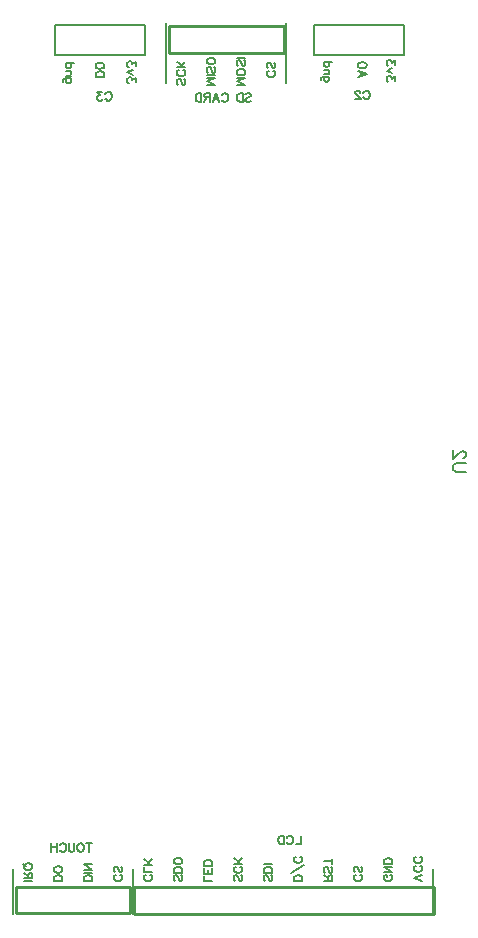
<source format=gbo>
G04 Layer: BottomSilkscreenLayer*
G04 EasyEDA v6.5.22, 2023-04-27 12:34:47*
G04 779951e368854bcf816121ffef92272d,e59a714fa63a4c4d88f0ac6658be742b,10*
G04 Gerber Generator version 0.2*
G04 Scale: 100 percent, Rotated: No, Reflected: No *
G04 Dimensions in millimeters *
G04 leading zeros omitted , absolute positions ,4 integer and 5 decimal *
%FSLAX45Y45*%
%MOMM*%

%ADD10C,0.2032*%
%ADD11C,0.2030*%
%ADD12C,0.1524*%
%ADD13C,0.2030*%
%ADD14C,0.2000*%
%ADD15C,0.2540*%
%ADD16C,0.0112*%

%LPD*%
D10*
X852609Y-555444D02*
G01*
X797336Y-555444D01*
X786973Y-558899D01*
X783518Y-562353D01*
X780064Y-569264D01*
X780064Y-579628D01*
X783518Y-586536D01*
X842246Y-555444D02*
G01*
X849155Y-562353D01*
X852609Y-569264D01*
X852609Y-579628D01*
X849155Y-586536D01*
X842246Y-593445D01*
X831883Y-596900D01*
X824971Y-596900D01*
X814608Y-593445D01*
X807699Y-586536D01*
X804245Y-579628D01*
X804245Y-569264D01*
X807699Y-562353D01*
X814608Y-555444D01*
X852609Y-532645D02*
G01*
X804245Y-532645D01*
X838791Y-532645D02*
G01*
X849155Y-522282D01*
X852609Y-515373D01*
X852609Y-505007D01*
X849155Y-498099D01*
X838791Y-494644D01*
X804245Y-494644D01*
X876790Y-430390D02*
G01*
X804245Y-430390D01*
X842246Y-430390D02*
G01*
X849155Y-437299D01*
X852609Y-444207D01*
X852609Y-454573D01*
X849155Y-461482D01*
X842246Y-468391D01*
X831883Y-471845D01*
X824971Y-471845D01*
X814608Y-468391D01*
X807699Y-461482D01*
X804245Y-454573D01*
X804245Y-444207D01*
X807699Y-437299D01*
X814608Y-430390D01*
X1397490Y-589991D02*
G01*
X1397490Y-551990D01*
X1369855Y-572719D01*
X1369855Y-562353D01*
X1366400Y-555444D01*
X1362946Y-551990D01*
X1352583Y-548535D01*
X1345671Y-548535D01*
X1335308Y-551990D01*
X1328399Y-558899D01*
X1324945Y-569264D01*
X1324945Y-579628D01*
X1328399Y-589991D01*
X1331854Y-593445D01*
X1338762Y-596900D01*
X1373309Y-525736D02*
G01*
X1324945Y-505007D01*
X1373309Y-484281D02*
G01*
X1324945Y-505007D01*
X1397490Y-454573D02*
G01*
X1397490Y-416572D01*
X1369855Y-437299D01*
X1369855Y-426935D01*
X1366400Y-420027D01*
X1362946Y-416572D01*
X1352583Y-413118D01*
X1345671Y-413118D01*
X1335308Y-416572D01*
X1328399Y-423481D01*
X1324945Y-433844D01*
X1324945Y-444207D01*
X1328399Y-454573D01*
X1331854Y-458028D01*
X1338762Y-461482D01*
X3037009Y-542744D02*
G01*
X2981736Y-542744D01*
X2971373Y-546199D01*
X2967918Y-549653D01*
X2964464Y-556564D01*
X2964464Y-566928D01*
X2967918Y-573836D01*
X3026646Y-542744D02*
G01*
X3033555Y-549653D01*
X3037009Y-556564D01*
X3037009Y-566928D01*
X3033555Y-573836D01*
X3026646Y-580745D01*
X3016283Y-584200D01*
X3009371Y-584200D01*
X2999008Y-580745D01*
X2992099Y-573836D01*
X2988645Y-566928D01*
X2988645Y-556564D01*
X2992099Y-549653D01*
X2999008Y-542744D01*
X3037009Y-519945D02*
G01*
X2988645Y-519945D01*
X3023191Y-519945D02*
G01*
X3033555Y-509582D01*
X3037009Y-502673D01*
X3037009Y-492307D01*
X3033555Y-485399D01*
X3023191Y-481944D01*
X2988645Y-481944D01*
X3061190Y-417690D02*
G01*
X2988645Y-417690D01*
X3026646Y-417690D02*
G01*
X3033555Y-424599D01*
X3037009Y-431507D01*
X3037009Y-441873D01*
X3033555Y-448782D01*
X3026646Y-455691D01*
X3016283Y-459145D01*
X3009371Y-459145D01*
X2999008Y-455691D01*
X2992099Y-448782D01*
X2988645Y-441873D01*
X2988645Y-431507D01*
X2992099Y-424599D01*
X2999008Y-417690D01*
X3594590Y-577291D02*
G01*
X3594590Y-539290D01*
X3566955Y-560019D01*
X3566955Y-549653D01*
X3563500Y-542744D01*
X3560046Y-539290D01*
X3549683Y-535835D01*
X3542771Y-535835D01*
X3532408Y-539290D01*
X3525499Y-546199D01*
X3522045Y-556564D01*
X3522045Y-566928D01*
X3525499Y-577291D01*
X3528954Y-580745D01*
X3535862Y-584200D01*
X3570409Y-513036D02*
G01*
X3522045Y-492307D01*
X3570409Y-471581D02*
G01*
X3522045Y-492307D01*
X3594590Y-441873D02*
G01*
X3594590Y-403872D01*
X3566955Y-424599D01*
X3566955Y-414235D01*
X3563500Y-407327D01*
X3560046Y-403872D01*
X3549683Y-400418D01*
X3542771Y-400418D01*
X3532408Y-403872D01*
X3525499Y-410781D01*
X3522045Y-421144D01*
X3522045Y-431507D01*
X3525499Y-441873D01*
X3528954Y-445328D01*
X3535862Y-448782D01*
X3353290Y-518464D02*
G01*
X3280745Y-546100D01*
X3353290Y-518464D02*
G01*
X3280745Y-490827D01*
X3304926Y-535736D02*
G01*
X3304926Y-501190D01*
X3353290Y-447299D02*
G01*
X3349835Y-457664D01*
X3339472Y-464573D01*
X3322200Y-468028D01*
X3311837Y-468028D01*
X3294562Y-464573D01*
X3284199Y-457664D01*
X3280745Y-447299D01*
X3280745Y-440390D01*
X3284199Y-430027D01*
X3294562Y-423118D01*
X3311837Y-419663D01*
X3322200Y-419663D01*
X3339472Y-423118D01*
X3349835Y-430027D01*
X3353290Y-440390D01*
X3353290Y-447299D01*
X1130790Y-546100D02*
G01*
X1058245Y-546100D01*
X1130790Y-546100D02*
G01*
X1130790Y-521919D01*
X1127335Y-511553D01*
X1120427Y-504644D01*
X1113518Y-501190D01*
X1103155Y-497735D01*
X1085883Y-497735D01*
X1075517Y-501190D01*
X1068608Y-504644D01*
X1061699Y-511553D01*
X1058245Y-521919D01*
X1058245Y-546100D01*
X1130790Y-454207D02*
G01*
X1127335Y-464573D01*
X1116972Y-471482D01*
X1099700Y-474936D01*
X1089337Y-474936D01*
X1072062Y-471482D01*
X1061699Y-464573D01*
X1058245Y-454207D01*
X1058245Y-447299D01*
X1061699Y-436935D01*
X1072062Y-430027D01*
X1089337Y-426572D01*
X1099700Y-426572D01*
X1116972Y-430027D01*
X1127335Y-436935D01*
X1130790Y-447299D01*
X1130790Y-454207D01*
D11*
X3326381Y-677181D02*
G01*
X3329835Y-670272D01*
X3336744Y-663364D01*
X3343653Y-659909D01*
X3357473Y-659909D01*
X3364382Y-663364D01*
X3371291Y-670272D01*
X3374745Y-677181D01*
X3378200Y-687544D01*
X3378200Y-704816D01*
X3374745Y-715182D01*
X3371291Y-722091D01*
X3364382Y-729000D01*
X3357473Y-732454D01*
X3343653Y-732454D01*
X3336744Y-729000D01*
X3329835Y-722091D01*
X3326381Y-715182D01*
X3300128Y-677181D02*
G01*
X3300128Y-673727D01*
X3296673Y-666818D01*
X3293219Y-663364D01*
X3286307Y-659909D01*
X3272490Y-659909D01*
X3265581Y-663364D01*
X3262127Y-666818D01*
X3258672Y-673727D01*
X3258672Y-680636D01*
X3262127Y-687544D01*
X3269035Y-697908D01*
X3303582Y-732454D01*
X3255218Y-732454D01*
X1141981Y-689881D02*
G01*
X1145435Y-682972D01*
X1152344Y-676064D01*
X1159253Y-672609D01*
X1173073Y-672609D01*
X1179982Y-676064D01*
X1186891Y-682972D01*
X1190345Y-689881D01*
X1193800Y-700244D01*
X1193800Y-717516D01*
X1190345Y-727882D01*
X1186891Y-734791D01*
X1179982Y-741700D01*
X1173073Y-745154D01*
X1159253Y-745154D01*
X1152344Y-741700D01*
X1145435Y-734791D01*
X1141981Y-727882D01*
X1112273Y-672609D02*
G01*
X1074272Y-672609D01*
X1094999Y-700244D01*
X1084635Y-700244D01*
X1077727Y-703699D01*
X1074272Y-707153D01*
X1070818Y-717516D01*
X1070818Y-724428D01*
X1074272Y-734791D01*
X1081181Y-741700D01*
X1091544Y-745154D01*
X1101907Y-745154D01*
X1112273Y-741700D01*
X1115728Y-738245D01*
X1119182Y-731337D01*
D12*
X4192015Y-3886200D02*
G01*
X4114038Y-3886200D01*
X4098543Y-3881120D01*
X4088129Y-3870705D01*
X4083050Y-3854957D01*
X4083050Y-3844544D01*
X4088129Y-3829050D01*
X4098543Y-3818636D01*
X4114038Y-3813555D01*
X4192015Y-3813555D01*
X4166108Y-3773931D02*
G01*
X4171188Y-3773931D01*
X4181602Y-3768852D01*
X4186936Y-3763518D01*
X4192015Y-3753104D01*
X4192015Y-3732529D01*
X4186936Y-3722115D01*
X4181602Y-3716781D01*
X4171188Y-3711702D01*
X4160774Y-3711702D01*
X4150359Y-3716781D01*
X4134865Y-3727195D01*
X4083050Y-3779265D01*
X4083050Y-3706368D01*
D10*
X3826256Y-7353300D02*
G01*
X3753358Y-7325613D01*
X3826256Y-7297928D02*
G01*
X3753358Y-7325613D01*
X3808729Y-7222997D02*
G01*
X3815841Y-7226554D01*
X3822700Y-7233412D01*
X3826256Y-7240270D01*
X3826256Y-7254239D01*
X3822700Y-7261097D01*
X3815841Y-7268210D01*
X3808729Y-7271512D01*
X3798570Y-7275068D01*
X3781043Y-7275068D01*
X3770629Y-7271512D01*
X3763772Y-7268210D01*
X3756913Y-7261097D01*
X3753358Y-7254239D01*
X3753358Y-7240270D01*
X3756913Y-7233412D01*
X3763772Y-7226554D01*
X3770629Y-7222997D01*
X3808729Y-7148321D02*
G01*
X3815841Y-7151623D01*
X3822700Y-7158736D01*
X3826256Y-7165594D01*
X3826256Y-7179310D01*
X3822700Y-7186421D01*
X3815841Y-7193279D01*
X3808729Y-7196836D01*
X3798570Y-7200137D01*
X3781043Y-7200137D01*
X3770629Y-7196836D01*
X3763772Y-7193279D01*
X3756913Y-7186421D01*
X3753358Y-7179310D01*
X3753358Y-7165594D01*
X3756913Y-7158736D01*
X3763772Y-7151623D01*
X3770629Y-7148321D01*
X3554729Y-7301229D02*
G01*
X3561841Y-7304786D01*
X3568700Y-7311644D01*
X3572256Y-7318755D01*
X3572256Y-7332471D01*
X3568700Y-7339329D01*
X3561841Y-7346442D01*
X3554729Y-7349744D01*
X3544570Y-7353300D01*
X3527043Y-7353300D01*
X3516629Y-7349744D01*
X3509772Y-7346442D01*
X3502913Y-7339329D01*
X3499358Y-7332471D01*
X3499358Y-7318755D01*
X3502913Y-7311644D01*
X3509772Y-7304786D01*
X3516629Y-7301229D01*
X3527043Y-7301229D01*
X3527043Y-7318755D02*
G01*
X3527043Y-7301229D01*
X3572256Y-7278370D02*
G01*
X3499358Y-7278370D01*
X3572256Y-7278370D02*
G01*
X3499358Y-7230110D01*
X3572256Y-7230110D02*
G01*
X3499358Y-7230110D01*
X3572256Y-7207250D02*
G01*
X3499358Y-7207250D01*
X3572256Y-7207250D02*
G01*
X3572256Y-7182865D01*
X3568700Y-7172452D01*
X3561841Y-7165594D01*
X3554729Y-7162037D01*
X3544570Y-7158736D01*
X3527043Y-7158736D01*
X3516629Y-7162037D01*
X3509772Y-7165594D01*
X3502913Y-7172452D01*
X3499358Y-7182865D01*
X3499358Y-7207250D01*
X3300729Y-7301229D02*
G01*
X3307841Y-7304786D01*
X3314700Y-7311644D01*
X3318256Y-7318755D01*
X3318256Y-7332471D01*
X3314700Y-7339329D01*
X3307841Y-7346442D01*
X3300729Y-7349744D01*
X3290570Y-7353300D01*
X3273043Y-7353300D01*
X3262629Y-7349744D01*
X3255772Y-7346442D01*
X3248913Y-7339329D01*
X3245358Y-7332471D01*
X3245358Y-7318755D01*
X3248913Y-7311644D01*
X3255772Y-7304786D01*
X3262629Y-7301229D01*
X3307841Y-7230110D02*
G01*
X3314700Y-7236968D01*
X3318256Y-7247381D01*
X3318256Y-7261097D01*
X3314700Y-7271512D01*
X3307841Y-7278370D01*
X3300729Y-7278370D01*
X3293872Y-7275068D01*
X3290570Y-7271512D01*
X3287013Y-7264654D01*
X3280156Y-7243826D01*
X3276600Y-7236968D01*
X3273043Y-7233412D01*
X3266186Y-7230110D01*
X3255772Y-7230110D01*
X3248913Y-7236968D01*
X3245358Y-7247381D01*
X3245358Y-7261097D01*
X3248913Y-7271512D01*
X3255772Y-7278370D01*
X3064256Y-7353300D02*
G01*
X2991358Y-7353300D01*
X3064256Y-7353300D02*
G01*
X3064256Y-7322058D01*
X3060700Y-7311644D01*
X3057143Y-7308342D01*
X3050286Y-7304786D01*
X3043427Y-7304786D01*
X3036570Y-7308342D01*
X3033013Y-7311644D01*
X3029458Y-7322058D01*
X3029458Y-7353300D01*
X3029458Y-7329170D02*
G01*
X2991358Y-7304786D01*
X3053841Y-7233412D02*
G01*
X3060700Y-7240270D01*
X3064256Y-7250684D01*
X3064256Y-7264654D01*
X3060700Y-7275068D01*
X3053841Y-7281926D01*
X3046729Y-7281926D01*
X3039872Y-7278370D01*
X3036570Y-7275068D01*
X3033013Y-7268210D01*
X3026156Y-7247381D01*
X3022600Y-7240270D01*
X3019043Y-7236968D01*
X3012186Y-7233412D01*
X3001772Y-7233412D01*
X2994913Y-7240270D01*
X2991358Y-7250684D01*
X2991358Y-7264654D01*
X2994913Y-7275068D01*
X3001772Y-7281926D01*
X3064256Y-7186421D02*
G01*
X2991358Y-7186421D01*
X3064256Y-7210552D02*
G01*
X3064256Y-7162037D01*
X2810256Y-7353300D02*
G01*
X2737358Y-7353300D01*
X2810256Y-7353300D02*
G01*
X2810256Y-7329170D01*
X2806700Y-7318755D01*
X2799841Y-7311644D01*
X2792729Y-7308342D01*
X2782570Y-7304786D01*
X2765043Y-7304786D01*
X2754629Y-7308342D01*
X2747772Y-7311644D01*
X2740913Y-7318755D01*
X2737358Y-7329170D01*
X2737358Y-7353300D01*
X2823972Y-7219695D02*
G01*
X2713227Y-7281926D01*
X2792729Y-7144765D02*
G01*
X2799841Y-7148321D01*
X2806700Y-7155179D01*
X2810256Y-7162037D01*
X2810256Y-7176008D01*
X2806700Y-7182865D01*
X2799841Y-7189723D01*
X2792729Y-7193279D01*
X2782570Y-7196836D01*
X2765043Y-7196836D01*
X2754629Y-7193279D01*
X2747772Y-7189723D01*
X2740913Y-7182865D01*
X2737358Y-7176008D01*
X2737358Y-7162037D01*
X2740913Y-7155179D01*
X2747772Y-7148321D01*
X2754629Y-7144765D01*
X2545841Y-7304786D02*
G01*
X2552700Y-7311644D01*
X2556256Y-7322058D01*
X2556256Y-7336028D01*
X2552700Y-7346442D01*
X2545841Y-7353300D01*
X2538729Y-7353300D01*
X2531872Y-7349744D01*
X2528570Y-7346442D01*
X2525013Y-7339329D01*
X2518156Y-7318755D01*
X2514600Y-7311644D01*
X2511043Y-7308342D01*
X2504186Y-7304786D01*
X2493772Y-7304786D01*
X2486913Y-7311644D01*
X2483358Y-7322058D01*
X2483358Y-7336028D01*
X2486913Y-7346442D01*
X2493772Y-7353300D01*
X2556256Y-7281926D02*
G01*
X2483358Y-7281926D01*
X2556256Y-7281926D02*
G01*
X2556256Y-7257795D01*
X2552700Y-7247381D01*
X2545841Y-7240270D01*
X2538729Y-7236968D01*
X2528570Y-7233412D01*
X2511043Y-7233412D01*
X2500629Y-7236968D01*
X2493772Y-7240270D01*
X2486913Y-7247381D01*
X2483358Y-7257795D01*
X2483358Y-7281926D01*
X2556256Y-7210552D02*
G01*
X2483358Y-7210552D01*
X2291841Y-7304786D02*
G01*
X2298700Y-7311644D01*
X2302256Y-7322058D01*
X2302256Y-7336028D01*
X2298700Y-7346442D01*
X2291841Y-7353300D01*
X2284729Y-7353300D01*
X2277872Y-7349744D01*
X2274570Y-7346442D01*
X2271013Y-7339329D01*
X2264156Y-7318755D01*
X2260600Y-7311644D01*
X2257043Y-7308342D01*
X2250186Y-7304786D01*
X2239772Y-7304786D01*
X2232913Y-7311644D01*
X2229358Y-7322058D01*
X2229358Y-7336028D01*
X2232913Y-7346442D01*
X2239772Y-7353300D01*
X2284729Y-7230110D02*
G01*
X2291841Y-7233412D01*
X2298700Y-7240270D01*
X2302256Y-7247381D01*
X2302256Y-7261097D01*
X2298700Y-7268210D01*
X2291841Y-7275068D01*
X2284729Y-7278370D01*
X2274570Y-7281926D01*
X2257043Y-7281926D01*
X2246629Y-7278370D01*
X2239772Y-7275068D01*
X2232913Y-7268210D01*
X2229358Y-7261097D01*
X2229358Y-7247381D01*
X2232913Y-7240270D01*
X2239772Y-7233412D01*
X2246629Y-7230110D01*
X2302256Y-7207250D02*
G01*
X2229358Y-7207250D01*
X2302256Y-7158736D02*
G01*
X2253741Y-7207250D01*
X2271013Y-7189723D02*
G01*
X2229358Y-7158736D01*
X2048256Y-7353300D02*
G01*
X1975358Y-7353300D01*
X1975358Y-7353300D02*
G01*
X1975358Y-7311644D01*
X2048256Y-7288784D02*
G01*
X1975358Y-7288784D01*
X2048256Y-7288784D02*
G01*
X2048256Y-7243826D01*
X2013458Y-7288784D02*
G01*
X2013458Y-7261097D01*
X1975358Y-7288784D02*
G01*
X1975358Y-7243826D01*
X2048256Y-7220965D02*
G01*
X1975358Y-7220965D01*
X2048256Y-7220965D02*
G01*
X2048256Y-7196836D01*
X2044700Y-7186421D01*
X2037841Y-7179310D01*
X2030729Y-7176008D01*
X2020570Y-7172452D01*
X2003043Y-7172452D01*
X1992629Y-7176008D01*
X1985772Y-7179310D01*
X1978913Y-7186421D01*
X1975358Y-7196836D01*
X1975358Y-7220965D01*
X1783842Y-7304786D02*
G01*
X1790700Y-7311644D01*
X1794255Y-7322058D01*
X1794255Y-7336028D01*
X1790700Y-7346442D01*
X1783842Y-7353300D01*
X1776729Y-7353300D01*
X1769871Y-7349744D01*
X1766570Y-7346442D01*
X1763013Y-7339329D01*
X1756155Y-7318755D01*
X1752600Y-7311644D01*
X1749044Y-7308342D01*
X1742186Y-7304786D01*
X1731771Y-7304786D01*
X1724913Y-7311644D01*
X1721357Y-7322058D01*
X1721357Y-7336028D01*
X1724913Y-7346442D01*
X1731771Y-7353300D01*
X1794255Y-7281926D02*
G01*
X1721357Y-7281926D01*
X1794255Y-7281926D02*
G01*
X1794255Y-7257795D01*
X1790700Y-7247381D01*
X1783842Y-7240270D01*
X1776729Y-7236968D01*
X1766570Y-7233412D01*
X1749044Y-7233412D01*
X1738629Y-7236968D01*
X1731771Y-7240270D01*
X1724913Y-7247381D01*
X1721357Y-7257795D01*
X1721357Y-7281926D01*
X1794255Y-7189723D02*
G01*
X1790700Y-7196836D01*
X1783842Y-7203694D01*
X1776729Y-7207250D01*
X1766570Y-7210552D01*
X1749044Y-7210552D01*
X1738629Y-7207250D01*
X1731771Y-7203694D01*
X1724913Y-7196836D01*
X1721357Y-7189723D01*
X1721357Y-7176008D01*
X1724913Y-7169150D01*
X1731771Y-7162037D01*
X1738629Y-7158736D01*
X1749044Y-7155179D01*
X1766570Y-7155179D01*
X1776729Y-7158736D01*
X1783842Y-7162037D01*
X1790700Y-7169150D01*
X1794255Y-7176008D01*
X1794255Y-7189723D01*
X1522729Y-7301229D02*
G01*
X1529842Y-7304786D01*
X1536700Y-7311644D01*
X1540255Y-7318755D01*
X1540255Y-7332471D01*
X1536700Y-7339329D01*
X1529842Y-7346442D01*
X1522729Y-7349744D01*
X1512570Y-7353300D01*
X1495044Y-7353300D01*
X1484629Y-7349744D01*
X1477771Y-7346442D01*
X1470913Y-7339329D01*
X1467357Y-7332471D01*
X1467357Y-7318755D01*
X1470913Y-7311644D01*
X1477771Y-7304786D01*
X1484629Y-7301229D01*
X1540255Y-7278370D02*
G01*
X1467357Y-7278370D01*
X1467357Y-7278370D02*
G01*
X1467357Y-7236968D01*
X1540255Y-7214108D02*
G01*
X1467357Y-7214108D01*
X1540255Y-7165594D02*
G01*
X1491742Y-7214108D01*
X1509013Y-7196836D02*
G01*
X1467357Y-7165594D01*
X1268729Y-7301229D02*
G01*
X1275842Y-7304786D01*
X1282700Y-7311644D01*
X1286255Y-7318755D01*
X1286255Y-7332471D01*
X1282700Y-7339329D01*
X1275842Y-7346442D01*
X1268729Y-7349744D01*
X1258570Y-7353300D01*
X1241044Y-7353300D01*
X1230629Y-7349744D01*
X1223771Y-7346442D01*
X1216913Y-7339329D01*
X1213357Y-7332471D01*
X1213357Y-7318755D01*
X1216913Y-7311644D01*
X1223771Y-7304786D01*
X1230629Y-7301229D01*
X1275842Y-7230110D02*
G01*
X1282700Y-7236968D01*
X1286255Y-7247381D01*
X1286255Y-7261097D01*
X1282700Y-7271512D01*
X1275842Y-7278370D01*
X1268729Y-7278370D01*
X1261871Y-7275068D01*
X1258570Y-7271512D01*
X1255013Y-7264654D01*
X1248155Y-7243826D01*
X1244600Y-7236968D01*
X1241044Y-7233412D01*
X1234186Y-7230110D01*
X1223771Y-7230110D01*
X1216913Y-7236968D01*
X1213357Y-7247381D01*
X1213357Y-7261097D01*
X1216913Y-7271512D01*
X1223771Y-7278370D01*
X1032255Y-7353300D02*
G01*
X959357Y-7353300D01*
X1032255Y-7353300D02*
G01*
X1032255Y-7329170D01*
X1028700Y-7318755D01*
X1021842Y-7311644D01*
X1014729Y-7308342D01*
X1004570Y-7304786D01*
X987044Y-7304786D01*
X976629Y-7308342D01*
X969771Y-7311644D01*
X962913Y-7318755D01*
X959357Y-7329170D01*
X959357Y-7353300D01*
X1032255Y-7281926D02*
G01*
X959357Y-7281926D01*
X1032255Y-7259065D02*
G01*
X959357Y-7259065D01*
X1032255Y-7259065D02*
G01*
X959357Y-7210552D01*
X1032255Y-7210552D02*
G01*
X959357Y-7210552D01*
X778255Y-7353300D02*
G01*
X705357Y-7353300D01*
X778255Y-7353300D02*
G01*
X778255Y-7329170D01*
X774700Y-7318755D01*
X767842Y-7311644D01*
X760729Y-7308342D01*
X750570Y-7304786D01*
X733044Y-7304786D01*
X722629Y-7308342D01*
X715771Y-7311644D01*
X708913Y-7318755D01*
X705357Y-7329170D01*
X705357Y-7353300D01*
X778255Y-7261097D02*
G01*
X774700Y-7268210D01*
X767842Y-7275068D01*
X760729Y-7278370D01*
X750570Y-7281926D01*
X733044Y-7281926D01*
X722629Y-7278370D01*
X715771Y-7275068D01*
X708913Y-7268210D01*
X705357Y-7261097D01*
X705357Y-7247381D01*
X708913Y-7240270D01*
X715771Y-7233412D01*
X722629Y-7230110D01*
X733044Y-7226554D01*
X750570Y-7226554D01*
X760729Y-7230110D01*
X767842Y-7233412D01*
X774700Y-7240270D01*
X778255Y-7247381D01*
X778255Y-7261097D01*
X524255Y-7353300D02*
G01*
X451357Y-7353300D01*
X524255Y-7330439D02*
G01*
X451357Y-7330439D01*
X524255Y-7330439D02*
G01*
X524255Y-7299197D01*
X520700Y-7288784D01*
X517144Y-7285481D01*
X510286Y-7281926D01*
X503428Y-7281926D01*
X496570Y-7285481D01*
X493013Y-7288784D01*
X489457Y-7299197D01*
X489457Y-7330439D01*
X489457Y-7306310D02*
G01*
X451357Y-7281926D01*
X524255Y-7238237D02*
G01*
X520700Y-7245350D01*
X513842Y-7252208D01*
X506729Y-7255510D01*
X496570Y-7259065D01*
X479044Y-7259065D01*
X468629Y-7255510D01*
X461771Y-7252208D01*
X454913Y-7245350D01*
X451357Y-7238237D01*
X451357Y-7224521D01*
X454913Y-7217410D01*
X461771Y-7210552D01*
X468629Y-7207250D01*
X479044Y-7203694D01*
X496570Y-7203694D01*
X506729Y-7207250D01*
X513842Y-7210552D01*
X520700Y-7217410D01*
X524255Y-7224521D01*
X524255Y-7238237D01*
X465328Y-7227823D02*
G01*
X444500Y-7207250D01*
X1004570Y-7032244D02*
G01*
X1004570Y-7105142D01*
X1028700Y-7032244D02*
G01*
X980186Y-7032244D01*
X936497Y-7032244D02*
G01*
X943610Y-7035800D01*
X950468Y-7042658D01*
X953770Y-7049770D01*
X957326Y-7059929D01*
X957326Y-7077455D01*
X953770Y-7087870D01*
X950468Y-7094728D01*
X943610Y-7101586D01*
X936497Y-7105142D01*
X922781Y-7105142D01*
X915670Y-7101586D01*
X908812Y-7094728D01*
X905510Y-7087870D01*
X901954Y-7077455D01*
X901954Y-7059929D01*
X905510Y-7049770D01*
X908812Y-7042658D01*
X915670Y-7035800D01*
X922781Y-7032244D01*
X936497Y-7032244D01*
X879094Y-7032244D02*
G01*
X879094Y-7084313D01*
X875537Y-7094728D01*
X868679Y-7101586D01*
X858265Y-7105142D01*
X851407Y-7105142D01*
X840994Y-7101586D01*
X834136Y-7094728D01*
X830579Y-7084313D01*
X830579Y-7032244D01*
X755650Y-7049770D02*
G01*
X759205Y-7042658D01*
X766063Y-7035800D01*
X773176Y-7032244D01*
X786892Y-7032244D01*
X793750Y-7035800D01*
X800862Y-7042658D01*
X804163Y-7049770D01*
X807720Y-7059929D01*
X807720Y-7077455D01*
X804163Y-7087870D01*
X800862Y-7094728D01*
X793750Y-7101586D01*
X786892Y-7105142D01*
X773176Y-7105142D01*
X766063Y-7101586D01*
X759205Y-7094728D01*
X755650Y-7087870D01*
X732789Y-7032244D02*
G01*
X732789Y-7105142D01*
X684529Y-7032244D02*
G01*
X684529Y-7105142D01*
X732789Y-7067042D02*
G01*
X684529Y-7067042D01*
X2794000Y-6968744D02*
G01*
X2794000Y-7041642D01*
X2794000Y-7041642D02*
G01*
X2752343Y-7041642D01*
X2677668Y-6986270D02*
G01*
X2680970Y-6979158D01*
X2688081Y-6972300D01*
X2694940Y-6968744D01*
X2708909Y-6968744D01*
X2715768Y-6972300D01*
X2722625Y-6979158D01*
X2726181Y-6986270D01*
X2729484Y-6996429D01*
X2729484Y-7013955D01*
X2726181Y-7024370D01*
X2722625Y-7031228D01*
X2715768Y-7038086D01*
X2708909Y-7041642D01*
X2694940Y-7041642D01*
X2688081Y-7038086D01*
X2680970Y-7031228D01*
X2677668Y-7024370D01*
X2654808Y-6968744D02*
G01*
X2654808Y-7041642D01*
X2654808Y-6968744D02*
G01*
X2630424Y-6968744D01*
X2620009Y-6972300D01*
X2613152Y-6979158D01*
X2609850Y-6986270D01*
X2606293Y-6996429D01*
X2606293Y-7013955D01*
X2609850Y-7024370D01*
X2613152Y-7031228D01*
X2620009Y-7038086D01*
X2630424Y-7041642D01*
X2654808Y-7041642D01*
X2564129Y-494029D02*
G01*
X2571241Y-497586D01*
X2578100Y-504444D01*
X2581656Y-511555D01*
X2581656Y-525271D01*
X2578100Y-532129D01*
X2571241Y-539242D01*
X2564129Y-542544D01*
X2553970Y-546100D01*
X2536443Y-546100D01*
X2526029Y-542544D01*
X2519172Y-539242D01*
X2512313Y-532129D01*
X2508758Y-525271D01*
X2508758Y-511555D01*
X2512313Y-504444D01*
X2519172Y-497586D01*
X2526029Y-494029D01*
X2571241Y-422910D02*
G01*
X2578100Y-429768D01*
X2581656Y-440181D01*
X2581656Y-453897D01*
X2578100Y-464312D01*
X2571241Y-471170D01*
X2564129Y-471170D01*
X2557272Y-467868D01*
X2553970Y-464312D01*
X2550413Y-457454D01*
X2543556Y-436626D01*
X2540000Y-429768D01*
X2536443Y-426212D01*
X2529586Y-422910D01*
X2519172Y-422910D01*
X2512313Y-429768D01*
X2508758Y-440181D01*
X2508758Y-453897D01*
X2512313Y-464312D01*
X2519172Y-471170D01*
X2327656Y-609600D02*
G01*
X2254758Y-609600D01*
X2327656Y-609600D02*
G01*
X2254758Y-581913D01*
X2327656Y-554228D02*
G01*
X2254758Y-581913D01*
X2327656Y-554228D02*
G01*
X2254758Y-554228D01*
X2327656Y-510539D02*
G01*
X2324100Y-517397D01*
X2317241Y-524510D01*
X2310129Y-527812D01*
X2299970Y-531368D01*
X2282443Y-531368D01*
X2272029Y-527812D01*
X2265172Y-524510D01*
X2258313Y-517397D01*
X2254758Y-510539D01*
X2254758Y-496570D01*
X2258313Y-489712D01*
X2265172Y-482854D01*
X2272029Y-479297D01*
X2282443Y-475995D01*
X2299970Y-475995D01*
X2310129Y-479297D01*
X2317241Y-482854D01*
X2324100Y-489712D01*
X2327656Y-496570D01*
X2327656Y-510539D01*
X2317241Y-404621D02*
G01*
X2324100Y-411479D01*
X2327656Y-421894D01*
X2327656Y-435610D01*
X2324100Y-446023D01*
X2317241Y-453136D01*
X2310129Y-453136D01*
X2303272Y-449579D01*
X2299970Y-446023D01*
X2296413Y-439165D01*
X2289556Y-418337D01*
X2286000Y-411479D01*
X2282443Y-407923D01*
X2275586Y-404621D01*
X2265172Y-404621D01*
X2258313Y-411479D01*
X2254758Y-421894D01*
X2254758Y-435610D01*
X2258313Y-446023D01*
X2265172Y-453136D01*
X2327656Y-381762D02*
G01*
X2254758Y-381762D01*
X2073656Y-609600D02*
G01*
X2000758Y-609600D01*
X2073656Y-609600D02*
G01*
X2000758Y-581913D01*
X2073656Y-554228D02*
G01*
X2000758Y-581913D01*
X2073656Y-554228D02*
G01*
X2000758Y-554228D01*
X2073656Y-531368D02*
G01*
X2000758Y-531368D01*
X2063241Y-459994D02*
G01*
X2070100Y-466852D01*
X2073656Y-477265D01*
X2073656Y-491236D01*
X2070100Y-501650D01*
X2063241Y-508507D01*
X2056129Y-508507D01*
X2049272Y-504952D01*
X2045970Y-501650D01*
X2042413Y-494537D01*
X2035556Y-473710D01*
X2032000Y-466852D01*
X2028443Y-463550D01*
X2021586Y-459994D01*
X2011172Y-459994D01*
X2004313Y-466852D01*
X2000758Y-477265D01*
X2000758Y-491236D01*
X2004313Y-501650D01*
X2011172Y-508507D01*
X2073656Y-416305D02*
G01*
X2070100Y-423163D01*
X2063241Y-430276D01*
X2056129Y-433578D01*
X2045970Y-437134D01*
X2028443Y-437134D01*
X2018029Y-433578D01*
X2011172Y-430276D01*
X2004313Y-423163D01*
X2000758Y-416305D01*
X2000758Y-402589D01*
X2004313Y-395478D01*
X2011172Y-388620D01*
X2018029Y-385063D01*
X2028443Y-381762D01*
X2045970Y-381762D01*
X2056129Y-385063D01*
X2063241Y-388620D01*
X2070100Y-395478D01*
X2073656Y-402589D01*
X2073656Y-416305D01*
X1809242Y-561086D02*
G01*
X1816100Y-567944D01*
X1819655Y-578357D01*
X1819655Y-592328D01*
X1816100Y-602742D01*
X1809242Y-609600D01*
X1802129Y-609600D01*
X1795271Y-606044D01*
X1791970Y-602742D01*
X1788413Y-595629D01*
X1781555Y-575055D01*
X1778000Y-567944D01*
X1774444Y-564642D01*
X1767586Y-561086D01*
X1757171Y-561086D01*
X1750313Y-567944D01*
X1746757Y-578357D01*
X1746757Y-592328D01*
X1750313Y-602742D01*
X1757171Y-609600D01*
X1802129Y-486410D02*
G01*
X1809242Y-489712D01*
X1816100Y-496570D01*
X1819655Y-503681D01*
X1819655Y-517397D01*
X1816100Y-524510D01*
X1809242Y-531368D01*
X1802129Y-534670D01*
X1791970Y-538226D01*
X1774444Y-538226D01*
X1764029Y-534670D01*
X1757171Y-531368D01*
X1750313Y-524510D01*
X1746757Y-517397D01*
X1746757Y-503681D01*
X1750313Y-496570D01*
X1757171Y-489712D01*
X1764029Y-486410D01*
X1819655Y-463550D02*
G01*
X1746757Y-463550D01*
X1819655Y-415036D02*
G01*
X1771142Y-463550D01*
X1788413Y-446023D02*
G01*
X1746757Y-415036D01*
X2326386Y-692657D02*
G01*
X2333243Y-685800D01*
X2343658Y-682244D01*
X2357627Y-682244D01*
X2368041Y-685800D01*
X2374900Y-692657D01*
X2374900Y-699770D01*
X2371343Y-706628D01*
X2368041Y-709929D01*
X2360929Y-713486D01*
X2340356Y-720344D01*
X2333243Y-723900D01*
X2329941Y-727455D01*
X2326386Y-734313D01*
X2326386Y-744728D01*
X2333243Y-751586D01*
X2343658Y-755142D01*
X2357627Y-755142D01*
X2368041Y-751586D01*
X2374900Y-744728D01*
X2303525Y-682244D02*
G01*
X2303525Y-755142D01*
X2303525Y-682244D02*
G01*
X2279395Y-682244D01*
X2268981Y-685800D01*
X2261870Y-692657D01*
X2258568Y-699770D01*
X2255011Y-709929D01*
X2255011Y-727455D01*
X2258568Y-737870D01*
X2261870Y-744728D01*
X2268981Y-751586D01*
X2279395Y-755142D01*
X2303525Y-755142D01*
X2126995Y-699770D02*
G01*
X2130297Y-692657D01*
X2137409Y-685800D01*
X2144268Y-682244D01*
X2157984Y-682244D01*
X2165095Y-685800D01*
X2171954Y-692657D01*
X2175509Y-699770D01*
X2178811Y-709929D01*
X2178811Y-727455D01*
X2175509Y-737870D01*
X2171954Y-744728D01*
X2165095Y-751586D01*
X2157984Y-755142D01*
X2144268Y-755142D01*
X2137409Y-751586D01*
X2130297Y-744728D01*
X2126995Y-737870D01*
X2076450Y-682244D02*
G01*
X2104136Y-755142D01*
X2076450Y-682244D02*
G01*
X2048509Y-755142D01*
X2093722Y-730757D02*
G01*
X2058924Y-730757D01*
X2025650Y-682244D02*
G01*
X2025650Y-755142D01*
X2025650Y-682244D02*
G01*
X1994661Y-682244D01*
X1984247Y-685800D01*
X1980691Y-689355D01*
X1977390Y-696213D01*
X1977390Y-703071D01*
X1980691Y-709929D01*
X1984247Y-713486D01*
X1994661Y-717042D01*
X2025650Y-717042D01*
X2001520Y-717042D02*
G01*
X1977390Y-755142D01*
X1954529Y-682244D02*
G01*
X1954529Y-755142D01*
X1954529Y-682244D02*
G01*
X1930145Y-682244D01*
X1919731Y-685800D01*
X1912873Y-692657D01*
X1909318Y-699770D01*
X1906015Y-709929D01*
X1906015Y-727455D01*
X1909318Y-737870D01*
X1912873Y-744728D01*
X1919731Y-751586D01*
X1930145Y-755142D01*
X1954529Y-755142D01*
X3098800Y-355600D02*
G01*
X2908300Y-355600D01*
X2908300Y-101600D01*
X3670300Y-101600D01*
X3670300Y-355600D01*
D13*
X3670300Y-355600D02*
G01*
X3098800Y-355600D01*
D10*
X901700Y-355600D02*
G01*
X711200Y-355600D01*
X711200Y-101600D01*
X1473200Y-101600D01*
X1473200Y-355600D01*
D13*
X1473200Y-355600D02*
G01*
X901700Y-355600D01*
D14*
X1371600Y-7632700D02*
G01*
X1371600Y-7251700D01*
X1658620Y-594385D02*
G01*
X1658620Y-86385D01*
X2674620Y-594385D02*
G01*
X2674620Y-86385D01*
X355600Y-7632700D02*
G01*
X355600Y-7251700D01*
X3911600Y-7632700D02*
G01*
X3911600Y-7251700D01*
D15*
X1676400Y-114300D02*
G01*
X2654300Y-114300D01*
X2654300Y-342900D01*
X1676400Y-342900D01*
X1676400Y-114300D01*
X381000Y-7404100D02*
G01*
X1346200Y-7404100D01*
X1346200Y-7620000D01*
X381000Y-7620000D01*
X381000Y-7404100D01*
X1384300Y-7404100D02*
G01*
X3924300Y-7404100D01*
X3924300Y-7632700D01*
X1384300Y-7632700D01*
X1384300Y-7404100D01*
M02*

</source>
